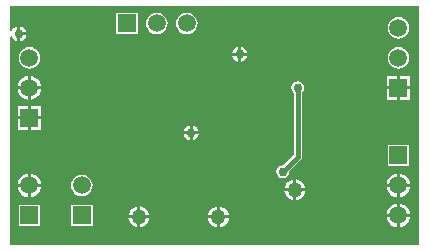
<source format=gbl>
%FSLAX25Y25*%
%MOIN*%
G70*
G01*
G75*
G04 Layer_Physical_Order=2*
G04 Layer_Color=16711680*
%ADD10R,0.05512X0.11811*%
%ADD11R,0.09449X0.03937*%
%ADD12R,0.04331X0.06693*%
%ADD13R,0.03937X0.05906*%
%ADD14O,0.08661X0.02362*%
%ADD15R,0.06693X0.04331*%
%ADD16C,0.01500*%
%ADD17C,0.03000*%
%ADD18C,0.01000*%
%ADD19C,0.05906*%
%ADD20R,0.05906X0.05906*%
%ADD21R,0.05906X0.05906*%
%ADD22C,0.03000*%
%ADD23C,0.05000*%
G36*
X139378Y2622D02*
X3122D01*
Y5000D01*
X3122Y5000D01*
X3122Y5000D01*
Y5000D01*
Y72106D01*
X3619Y72155D01*
X3645Y72025D01*
X4198Y71198D01*
X5024Y70645D01*
X5500Y70551D01*
Y73000D01*
Y75450D01*
X5024Y75355D01*
X4198Y74802D01*
X3645Y73975D01*
X3619Y73845D01*
X3122Y73894D01*
Y82378D01*
X139378D01*
Y2622D01*
D02*
G37*
%LPC*%
G36*
X132000Y22000D02*
X128579D01*
X128649Y21468D01*
X129047Y20507D01*
X129681Y19681D01*
X130507Y19047D01*
X131468Y18649D01*
X132000Y18579D01*
Y22000D01*
D02*
G37*
G36*
X136421D02*
X133000D01*
Y18579D01*
X133532Y18649D01*
X134493Y19047D01*
X135319Y19681D01*
X135953Y20507D01*
X136351Y21468D01*
X136421Y22000D01*
D02*
G37*
G36*
X27000Y26083D02*
X26073Y25961D01*
X25208Y25603D01*
X24466Y25034D01*
X23897Y24292D01*
X23539Y23427D01*
X23417Y22500D01*
X23539Y21573D01*
X23897Y20708D01*
X24466Y19966D01*
X25208Y19397D01*
X26073Y19039D01*
X27000Y18917D01*
X27927Y19039D01*
X28792Y19397D01*
X29534Y19966D01*
X30103Y20708D01*
X30461Y21573D01*
X30583Y22500D01*
X30461Y23427D01*
X30103Y24292D01*
X29534Y25034D01*
X28792Y25603D01*
X27927Y25961D01*
X27000Y26083D01*
D02*
G37*
G36*
X101464Y20500D02*
X98500D01*
Y17536D01*
X98914Y17590D01*
X99765Y17943D01*
X100496Y18504D01*
X101057Y19235D01*
X101410Y20086D01*
X101464Y20500D01*
D02*
G37*
G36*
X97500D02*
X94536D01*
X94590Y20086D01*
X94943Y19235D01*
X95504Y18504D01*
X96235Y17943D01*
X97086Y17590D01*
X97500Y17536D01*
Y20500D01*
D02*
G37*
G36*
X13421Y22000D02*
X10000D01*
Y18579D01*
X10532Y18649D01*
X11493Y19047D01*
X12319Y19681D01*
X12953Y20507D01*
X13351Y21468D01*
X13421Y22000D01*
D02*
G37*
G36*
X9000D02*
X5579D01*
X5649Y21468D01*
X6047Y20507D01*
X6681Y19681D01*
X7507Y19047D01*
X8468Y18649D01*
X9000Y18579D01*
Y22000D01*
D02*
G37*
G36*
X132000Y26421D02*
X131468Y26351D01*
X130507Y25953D01*
X129681Y25319D01*
X129047Y24493D01*
X128649Y23532D01*
X128579Y23000D01*
X132000D01*
Y26421D01*
D02*
G37*
G36*
X133000D02*
Y23000D01*
X136421D01*
X136351Y23532D01*
X135953Y24493D01*
X135319Y25319D01*
X134493Y25953D01*
X133532Y26351D01*
X133000Y26421D01*
D02*
G37*
G36*
X136053Y36053D02*
X128947D01*
Y28947D01*
X136053D01*
Y36053D01*
D02*
G37*
G36*
X10000Y26421D02*
Y23000D01*
X13421D01*
X13351Y23532D01*
X12953Y24493D01*
X12319Y25319D01*
X11493Y25953D01*
X10532Y26351D01*
X10000Y26421D01*
D02*
G37*
G36*
X97500Y24464D02*
X97086Y24410D01*
X96235Y24057D01*
X95504Y23496D01*
X94943Y22765D01*
X94590Y21914D01*
X94536Y21500D01*
X97500D01*
Y24464D01*
D02*
G37*
G36*
X98500D02*
Y21500D01*
X101464D01*
X101410Y21914D01*
X101057Y22765D01*
X100496Y23496D01*
X99765Y24057D01*
X98914Y24410D01*
X98500Y24464D01*
D02*
G37*
G36*
X9000Y26421D02*
X8468Y26351D01*
X7507Y25953D01*
X6681Y25319D01*
X6047Y24493D01*
X5649Y23532D01*
X5579Y23000D01*
X9000D01*
Y26421D01*
D02*
G37*
G36*
X132000Y12000D02*
X128579D01*
X128649Y11468D01*
X129047Y10507D01*
X129681Y9681D01*
X130507Y9047D01*
X131468Y8649D01*
X132000Y8579D01*
Y12000D01*
D02*
G37*
G36*
X136421D02*
X133000D01*
Y8579D01*
X133532Y8649D01*
X134493Y9047D01*
X135319Y9681D01*
X135953Y10507D01*
X136351Y11468D01*
X136421Y12000D01*
D02*
G37*
G36*
X13053Y16053D02*
X5947D01*
Y8947D01*
X13053D01*
Y16053D01*
D02*
G37*
G36*
X75964Y11500D02*
X73000D01*
Y8536D01*
X73414Y8590D01*
X74265Y8943D01*
X74996Y9504D01*
X75557Y10235D01*
X75910Y11086D01*
X75964Y11500D01*
D02*
G37*
G36*
X45500D02*
X42536D01*
X42590Y11086D01*
X42943Y10235D01*
X43504Y9504D01*
X44235Y8943D01*
X45086Y8590D01*
X45500Y8536D01*
Y11500D01*
D02*
G37*
G36*
X49464D02*
X46500D01*
Y8536D01*
X46914Y8590D01*
X47765Y8943D01*
X48496Y9504D01*
X49057Y10235D01*
X49410Y11086D01*
X49464Y11500D01*
D02*
G37*
G36*
X72000D02*
X69036D01*
X69090Y11086D01*
X69443Y10235D01*
X70004Y9504D01*
X70735Y8943D01*
X71586Y8590D01*
X72000Y8536D01*
Y11500D01*
D02*
G37*
G36*
X73000Y15464D02*
Y12500D01*
X75964D01*
X75910Y12914D01*
X75557Y13765D01*
X74996Y14496D01*
X74265Y15057D01*
X73414Y15410D01*
X73000Y15464D01*
D02*
G37*
G36*
X132000Y16421D02*
X131468Y16351D01*
X130507Y15953D01*
X129681Y15319D01*
X129047Y14493D01*
X128649Y13532D01*
X128579Y13000D01*
X132000D01*
Y16421D01*
D02*
G37*
G36*
X133000D02*
Y13000D01*
X136421D01*
X136351Y13532D01*
X135953Y14493D01*
X135319Y15319D01*
X134493Y15953D01*
X133532Y16351D01*
X133000Y16421D01*
D02*
G37*
G36*
X72000Y15464D02*
X71586Y15410D01*
X70735Y15057D01*
X70004Y14496D01*
X69443Y13765D01*
X69090Y12914D01*
X69036Y12500D01*
X72000D01*
Y15464D01*
D02*
G37*
G36*
X30553Y16053D02*
X23447D01*
Y8947D01*
X30553D01*
Y16053D01*
D02*
G37*
G36*
X45500Y15464D02*
X45086Y15410D01*
X44235Y15057D01*
X43504Y14496D01*
X42943Y13765D01*
X42590Y12914D01*
X42536Y12500D01*
X45500D01*
Y15464D01*
D02*
G37*
G36*
X46500D02*
Y12500D01*
X49464D01*
X49410Y12914D01*
X49057Y13765D01*
X48496Y14496D01*
X47765Y15057D01*
X46914Y15410D01*
X46500Y15464D01*
D02*
G37*
G36*
X99000Y57141D02*
X98181Y56978D01*
X97486Y56514D01*
X97022Y55819D01*
X96859Y55000D01*
X97022Y54181D01*
X97486Y53486D01*
X97624Y53394D01*
Y32680D01*
X94107Y29164D01*
X93945Y29196D01*
X93125Y29033D01*
X92431Y28569D01*
X91967Y27874D01*
X91804Y27055D01*
X91967Y26236D01*
X92431Y25541D01*
X93125Y25077D01*
X93945Y24914D01*
X94764Y25077D01*
X95459Y25541D01*
X95923Y26236D01*
X96086Y27055D01*
X96054Y27217D01*
X99973Y31137D01*
X100272Y31583D01*
X100376Y32110D01*
X100376Y32110D01*
X100376Y32110D01*
Y32110D01*
Y53394D01*
X100514Y53486D01*
X100978Y54181D01*
X101141Y55000D01*
X100978Y55819D01*
X100514Y56514D01*
X99819Y56978D01*
X99000Y57141D01*
D02*
G37*
G36*
X79161Y65661D02*
X77212D01*
X77306Y65186D01*
X77859Y64359D01*
X78686Y63806D01*
X79161Y63712D01*
Y65661D01*
D02*
G37*
G36*
X82111D02*
X80161D01*
Y63712D01*
X80637Y63806D01*
X81464Y64359D01*
X82016Y65186D01*
X82111Y65661D01*
D02*
G37*
G36*
X79161Y68611D02*
X78686Y68516D01*
X77859Y67964D01*
X77306Y67137D01*
X77212Y66661D01*
X79161D01*
Y68611D01*
D02*
G37*
G36*
X132500Y68583D02*
X131573Y68461D01*
X130708Y68103D01*
X129966Y67534D01*
X129397Y66792D01*
X129039Y65927D01*
X128917Y65000D01*
X129039Y64073D01*
X129397Y63208D01*
X129966Y62466D01*
X130708Y61897D01*
X131573Y61539D01*
X132500Y61417D01*
X133427Y61539D01*
X134292Y61897D01*
X135034Y62466D01*
X135603Y63208D01*
X135961Y64073D01*
X136083Y65000D01*
X135961Y65927D01*
X135603Y66792D01*
X135034Y67534D01*
X134292Y68103D01*
X133427Y68461D01*
X132500Y68583D01*
D02*
G37*
G36*
X132000Y58953D02*
X128547D01*
Y55500D01*
X132000D01*
Y58953D01*
D02*
G37*
G36*
X136453D02*
X133000D01*
Y55500D01*
X136453D01*
Y58953D01*
D02*
G37*
G36*
X9500Y68583D02*
X8573Y68461D01*
X7708Y68103D01*
X6966Y67534D01*
X6397Y66792D01*
X6039Y65927D01*
X5917Y65000D01*
X6039Y64073D01*
X6397Y63208D01*
X6966Y62466D01*
X7708Y61897D01*
X8573Y61539D01*
X9500Y61417D01*
X10428Y61539D01*
X11292Y61897D01*
X12034Y62466D01*
X12603Y63208D01*
X12961Y64073D01*
X13083Y65000D01*
X12961Y65927D01*
X12603Y66792D01*
X12034Y67534D01*
X11292Y68103D01*
X10428Y68461D01*
X9500Y68583D01*
D02*
G37*
G36*
X62000Y80083D02*
X61073Y79961D01*
X60208Y79603D01*
X59466Y79034D01*
X58897Y78292D01*
X58539Y77427D01*
X58417Y76500D01*
X58539Y75573D01*
X58897Y74708D01*
X59466Y73966D01*
X60208Y73397D01*
X61073Y73039D01*
X62000Y72917D01*
X62927Y73039D01*
X63792Y73397D01*
X64534Y73966D01*
X65103Y74708D01*
X65461Y75573D01*
X65583Y76500D01*
X65461Y77427D01*
X65103Y78292D01*
X64534Y79034D01*
X63792Y79603D01*
X62927Y79961D01*
X62000Y80083D01*
D02*
G37*
G36*
X45553Y80053D02*
X38447D01*
Y72947D01*
X45553D01*
Y80053D01*
D02*
G37*
G36*
X6500Y75450D02*
Y73500D01*
X8450D01*
X8355Y73975D01*
X7802Y74802D01*
X6975Y75355D01*
X6500Y75450D01*
D02*
G37*
G36*
X52000Y80083D02*
X51073Y79961D01*
X50208Y79603D01*
X49466Y79034D01*
X48897Y78292D01*
X48539Y77427D01*
X48417Y76500D01*
X48539Y75573D01*
X48897Y74708D01*
X49466Y73966D01*
X50208Y73397D01*
X51073Y73039D01*
X52000Y72917D01*
X52927Y73039D01*
X53792Y73397D01*
X54534Y73966D01*
X55103Y74708D01*
X55461Y75573D01*
X55583Y76500D01*
X55461Y77427D01*
X55103Y78292D01*
X54534Y79034D01*
X53792Y79603D01*
X52927Y79961D01*
X52000Y80083D01*
D02*
G37*
G36*
X80161Y68611D02*
Y66661D01*
X82111D01*
X82016Y67137D01*
X81464Y67964D01*
X80637Y68516D01*
X80161Y68611D01*
D02*
G37*
G36*
X8450Y72500D02*
X6500D01*
Y70551D01*
X6975Y70645D01*
X7802Y71198D01*
X8355Y72025D01*
X8450Y72500D01*
D02*
G37*
G36*
X132500Y78583D02*
X131573Y78461D01*
X130708Y78103D01*
X129966Y77534D01*
X129397Y76792D01*
X129039Y75927D01*
X128917Y75000D01*
X129039Y74073D01*
X129397Y73208D01*
X129966Y72466D01*
X130708Y71897D01*
X131573Y71539D01*
X132500Y71417D01*
X133427Y71539D01*
X134292Y71897D01*
X135034Y72466D01*
X135603Y73208D01*
X135961Y74073D01*
X136083Y75000D01*
X135961Y75927D01*
X135603Y76792D01*
X135034Y77534D01*
X134292Y78103D01*
X133427Y78461D01*
X132500Y78583D01*
D02*
G37*
G36*
X9000Y44500D02*
X5547D01*
Y41047D01*
X9000D01*
Y44500D01*
D02*
G37*
G36*
X13453D02*
X10000D01*
Y41047D01*
X13453D01*
Y44500D01*
D02*
G37*
G36*
X9000Y48953D02*
X5547D01*
Y45500D01*
X9000D01*
Y48953D01*
D02*
G37*
G36*
X64000Y42450D02*
Y40500D01*
X65949D01*
X65855Y40975D01*
X65302Y41802D01*
X64476Y42355D01*
X64000Y42450D01*
D02*
G37*
G36*
X63000Y39500D02*
X61050D01*
X61145Y39024D01*
X61698Y38198D01*
X62524Y37645D01*
X63000Y37551D01*
Y39500D01*
D02*
G37*
G36*
X65949D02*
X64000D01*
Y37551D01*
X64476Y37645D01*
X65302Y38198D01*
X65855Y39024D01*
X65949Y39500D01*
D02*
G37*
G36*
X63000Y42450D02*
X62524Y42355D01*
X61698Y41802D01*
X61145Y40975D01*
X61050Y40500D01*
X63000D01*
Y42450D01*
D02*
G37*
G36*
X13421Y54500D02*
X10000D01*
Y51079D01*
X10532Y51149D01*
X11493Y51547D01*
X12319Y52181D01*
X12953Y53007D01*
X13351Y53968D01*
X13421Y54500D01*
D02*
G37*
G36*
X9000Y58921D02*
X8468Y58851D01*
X7507Y58453D01*
X6681Y57819D01*
X6047Y56993D01*
X5649Y56032D01*
X5579Y55500D01*
X9000D01*
Y58921D01*
D02*
G37*
G36*
X10000D02*
Y55500D01*
X13421D01*
X13351Y56032D01*
X12953Y56993D01*
X12319Y57819D01*
X11493Y58453D01*
X10532Y58851D01*
X10000Y58921D01*
D02*
G37*
G36*
X9000Y54500D02*
X5579D01*
X5649Y53968D01*
X6047Y53007D01*
X6681Y52181D01*
X7507Y51547D01*
X8468Y51149D01*
X9000Y51079D01*
Y54500D01*
D02*
G37*
G36*
X13453Y48953D02*
X10000D01*
Y45500D01*
X13453D01*
Y48953D01*
D02*
G37*
G36*
X132000Y54500D02*
X128547D01*
Y51047D01*
X132000D01*
Y54500D01*
D02*
G37*
G36*
X136453D02*
X133000D01*
Y51047D01*
X136453D01*
Y54500D01*
D02*
G37*
%LPD*%
D16*
X93945Y27055D02*
X99000Y32110D01*
Y55000D01*
D19*
X9500Y22500D02*
D03*
X132500Y65000D02*
D03*
Y75000D02*
D03*
Y22500D02*
D03*
Y12500D02*
D03*
X27000Y22500D02*
D03*
X52000Y76500D02*
D03*
X62000D02*
D03*
X9500Y55000D02*
D03*
Y65000D02*
D03*
D20*
Y12500D02*
D03*
X132500Y55000D02*
D03*
Y32500D02*
D03*
X27000Y12500D02*
D03*
X9500Y45000D02*
D03*
D21*
X42000Y76500D02*
D03*
D22*
X6000Y73000D02*
D03*
X79661Y66161D02*
D03*
X63500Y40000D02*
D03*
X99000Y55000D02*
D03*
X93945Y27055D02*
D03*
D23*
X98000Y21000D02*
D03*
X46000Y12000D02*
D03*
X72500D02*
D03*
M02*

</source>
